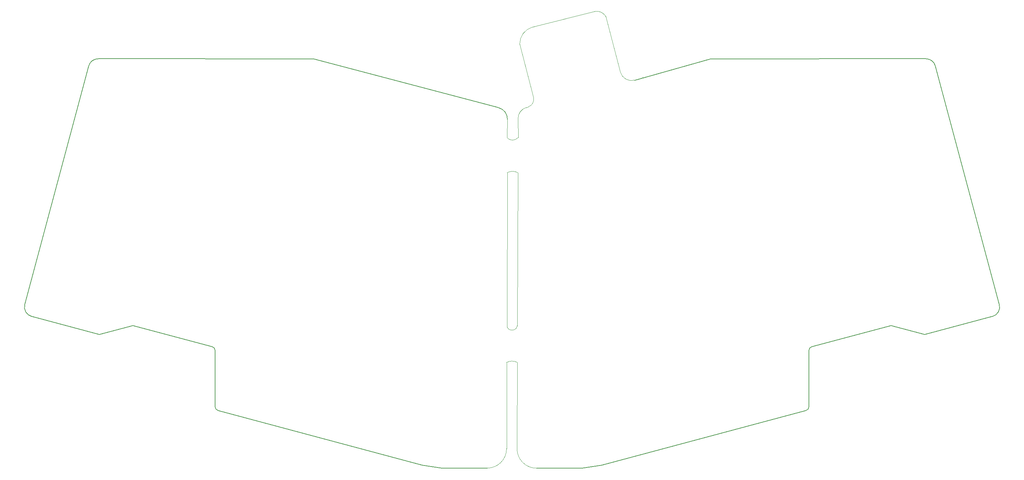
<source format=gm1>
G04 #@! TF.GenerationSoftware,KiCad,Pcbnew,7.0.9-7.0.9~ubuntu22.04.1*
G04 #@! TF.CreationDate,2023-12-21T13:29:15+01:00*
G04 #@! TF.ProjectId,ergo56,6572676f-3536-42e6-9b69-6361645f7063,0.1*
G04 #@! TF.SameCoordinates,Original*
G04 #@! TF.FileFunction,Profile,NP*
%FSLAX46Y46*%
G04 Gerber Fmt 4.6, Leading zero omitted, Abs format (unit mm)*
G04 Created by KiCad (PCBNEW 7.0.9-7.0.9~ubuntu22.04.1) date 2023-12-21 13:29:15*
%MOMM*%
%LPD*%
G01*
G04 APERTURE LIST*
G04 #@! TA.AperFunction,Profile*
%ADD10C,0.188976*%
G04 #@! TD*
G04 #@! TA.AperFunction,Profile*
%ADD11C,0.050000*%
G04 #@! TD*
G04 APERTURE END LIST*
D10*
X72143062Y-116464356D02*
G75*
G03*
X71401864Y-115499222I-1000062J-844D01*
G01*
X254261975Y-112386029D02*
X245594500Y-110056278D01*
X171388404Y-145987649D02*
X166343022Y-146756332D01*
X225284094Y-115498897D02*
G75*
G03*
X224542925Y-116464079I258806J-965903D01*
G01*
X23284931Y-104670586D02*
G75*
G03*
X25052754Y-107732461I2414869J-647014D01*
G01*
D11*
X152501377Y-53830499D02*
X151980791Y-53994112D01*
X149863523Y-70788575D02*
G75*
G03*
X147108209Y-70765350I-1397023J-2285925D01*
G01*
X149688770Y-110129400D02*
X149863550Y-70788531D01*
D10*
X256979064Y-43312681D02*
X273400929Y-104670314D01*
D11*
X153546552Y-33323537D02*
G75*
G03*
X150315659Y-37641530I1269948J-4317963D01*
G01*
X176135113Y-44847538D02*
G75*
G03*
X179853881Y-46968511I2900787J765438D01*
G01*
X147069551Y-61771530D02*
X147154567Y-57010572D01*
X153839424Y-51427215D02*
X150315659Y-37641530D01*
X152501378Y-53830501D02*
G75*
G03*
X153839424Y-51427215I-599678J1908001D01*
G01*
X146942550Y-119556530D02*
X146942550Y-141741085D01*
D10*
X147154524Y-57010571D02*
G75*
G03*
X144923606Y-54057128I-2999524J53571D01*
G01*
X125297620Y-145987617D02*
X72884113Y-131909698D01*
X223801923Y-131909754D02*
G75*
G03*
X224542787Y-130943884I-259023J965754D01*
G01*
D11*
X169675550Y-29259531D02*
X153546550Y-33323530D01*
X149626495Y-141742921D02*
G75*
G03*
X154626430Y-146756323I4999905J-13479D01*
G01*
D10*
X72143242Y-130943856D02*
X72143044Y-116464356D01*
X23284987Y-104670601D02*
X39706856Y-43312990D01*
X72143255Y-130943856D02*
G75*
G03*
X72884113Y-131909697I999945J-44D01*
G01*
X271633160Y-107732162D02*
G75*
G03*
X273400929Y-104670314I-646960J2414762D01*
G01*
X179853881Y-46968512D02*
X199274015Y-41464767D01*
D11*
X172355301Y-30521737D02*
G75*
G03*
X169675550Y-29259531I-2298801J-1404763D01*
G01*
D10*
X141949109Y-146741081D02*
X130343005Y-146756306D01*
D11*
X141949109Y-146741146D02*
G75*
G03*
X146942550Y-141741085I-6609J5000046D01*
G01*
D10*
X97411855Y-41465021D02*
X97411855Y-41465021D01*
X42123699Y-41460039D02*
G75*
G03*
X39706856Y-43312990I-2019J-2500011D01*
G01*
D11*
X151980787Y-53994099D02*
G75*
G03*
X149880357Y-56878811I899513J-2862001D01*
G01*
X149626452Y-141742921D02*
X149685989Y-119530651D01*
X176135152Y-44847528D02*
X172355356Y-30521704D01*
X147069468Y-110412563D02*
G75*
G03*
X149688770Y-110129400I1270032J508063D01*
G01*
D10*
X97411855Y-41465021D02*
X144923606Y-54057128D01*
X166343022Y-146756332D02*
X154626430Y-146756323D01*
D11*
X147069608Y-61771478D02*
G75*
G03*
X149916943Y-61710191I1396992J1269978D01*
G01*
D10*
X271633163Y-107732174D02*
X254261975Y-112386029D01*
D11*
X149916944Y-61710192D02*
X149880356Y-56878811D01*
D10*
X42123699Y-41460039D02*
X97411855Y-41465021D01*
D11*
X147069551Y-110412530D02*
X147108209Y-70765350D01*
D10*
X130343005Y-146756306D02*
X125297620Y-145987617D01*
X71401864Y-115499221D02*
X51091469Y-110056553D01*
X224542925Y-116464079D02*
X224542787Y-130943884D01*
X245594500Y-110056278D02*
X225284106Y-115498943D01*
X181890401Y-46117948D02*
X181890401Y-46117948D01*
X51091469Y-110056553D02*
X42423994Y-112386304D01*
X42423994Y-112386304D02*
X25052754Y-107732461D01*
X256978998Y-43312699D02*
G75*
G03*
X254562221Y-41459729I-2414798J-647001D01*
G01*
X199274015Y-41464767D02*
X254562221Y-41459728D01*
X223801916Y-131909727D02*
X171388404Y-145987649D01*
D11*
X149685969Y-119530692D02*
G75*
G03*
X146942550Y-119556531I-1346469J-2692808D01*
G01*
M02*

</source>
